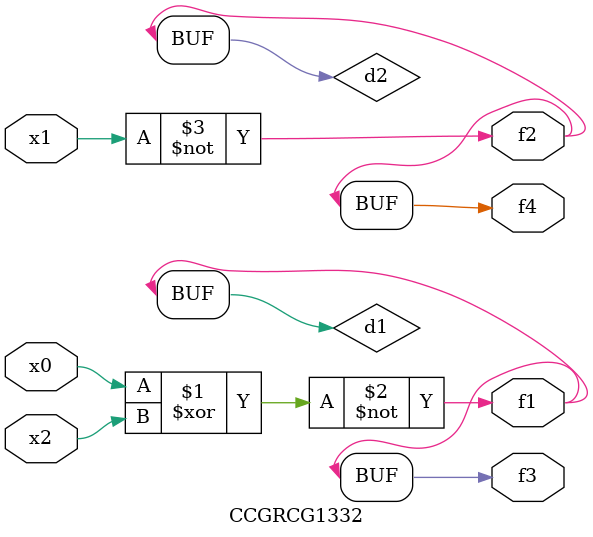
<source format=v>
module CCGRCG1332(
	input x0, x1, x2,
	output f1, f2, f3, f4
);

	wire d1, d2, d3;

	xnor (d1, x0, x2);
	nand (d2, x1);
	nor (d3, x1, x2);
	assign f1 = d1;
	assign f2 = d2;
	assign f3 = d1;
	assign f4 = d2;
endmodule

</source>
